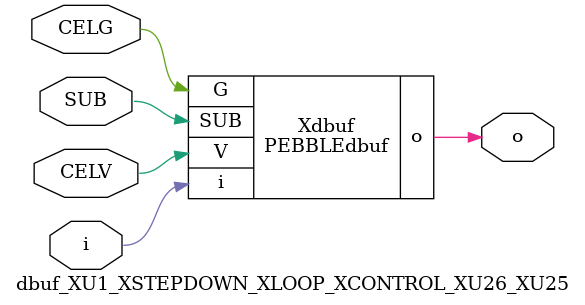
<source format=v>



module PEBBLEdbuf ( o, G, SUB, V, i );

  input V;
  input i;
  input G;
  output o;
  input SUB;
endmodule

//Celera Confidential Do Not Copy dbuf_XU1_XSTEPDOWN_XLOOP_XCONTROL_XU26_XU25
//Celera Confidential Symbol Generator
//Digital Buffer
module dbuf_XU1_XSTEPDOWN_XLOOP_XCONTROL_XU26_XU25 (CELV,CELG,i,o,SUB);
input CELV;
input CELG;
input i;
input SUB;
output o;

//Celera Confidential Do Not Copy dbuf
PEBBLEdbuf Xdbuf(
.V (CELV),
.i (i),
.o (o),
.SUB (SUB),
.G (CELG)
);
//,diesize,PEBBLEdbuf

//Celera Confidential Do Not Copy Module End
//Celera Schematic Generator
endmodule

</source>
